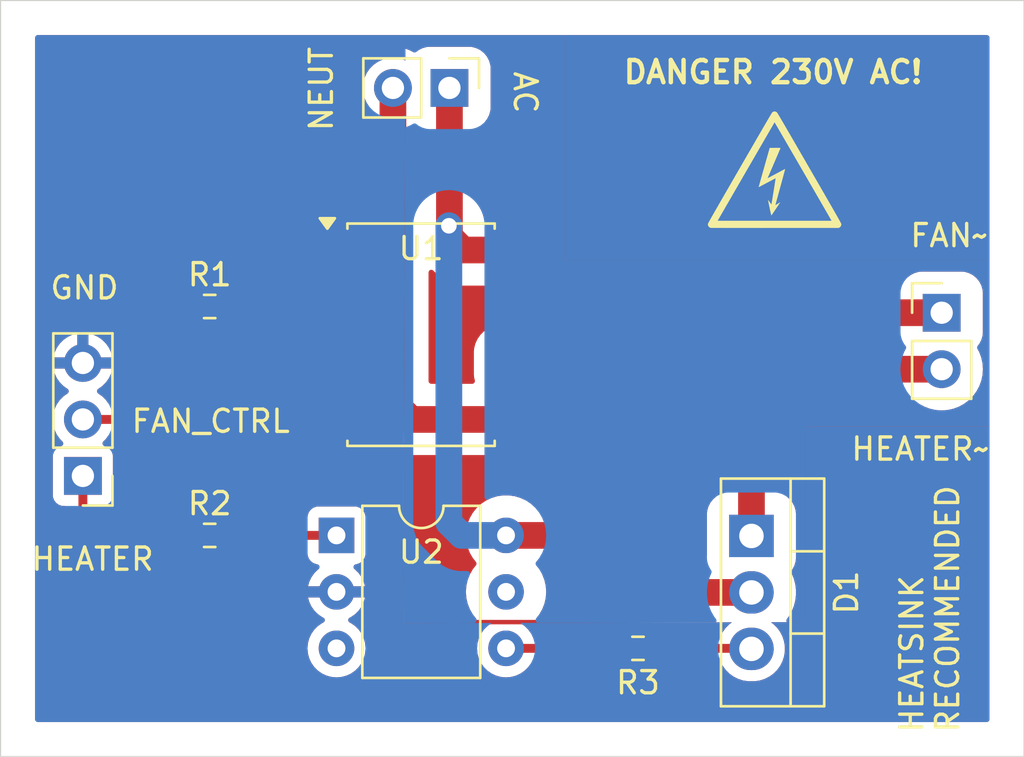
<source format=kicad_pcb>
(kicad_pcb (version 20240108) (generator "pcbnew") (generator_version "8.0")
  (layers (0 "F.Cu" signal) (31 "B.Cu" signal) (36 "B.SilkS" user "B.Silkscreen") (37 "F.SilkS" user "F.Silkscreen") (38 "B.Mask" user) (39 "F.Mask" user) (44 "Edge.Cuts" user))
  (net 0 "")
  (net 1 "Net-(D1-G)")
  (net 2 "/HEATER1")
  (net 3 "LINE")
  (net 4 "/PWM1_{OUT}")
  (net 5 "/PWM3_{OUT}")
  (net 6 "/FAN")
  (net 7 "NEUT")
  (net 8 "Net-(R1-Pad2)")
  (net 9 "Net-(R2-Pad2)")
  (net 10 "Net-(R3-Pad1)")
  (net 11 "GND")
  (footprint "Package_SO:SSO-7-8_6.4x9.78mm_P2.54mm" (layer "F.Cu") (at 150.85 96.525)
    (property "Reference" "U1" (at 0 -3.875 0) (layer "F.SilkS"))
    (property "Value" "BC-BC3223A")
    (fp_line (start -3.31 -5) (end -3.31 -4.77) (stroke (width 0.12)) (layer "F.SilkS"))
    (fp_line (start -3.31 5) (end -3.31 4.77) (stroke (width 0.12)) (layer "F.SilkS"))
    (fp_line (start 0 -5) (end -3.31 -5) (stroke (width 0.12)) (layer "F.SilkS"))
    (fp_line (start 0 -5) (end 3.31 -5) (stroke (width 0.12)) (layer "F.SilkS"))
    (fp_line (start 0 5) (end -3.31 5) (stroke (width 0.12)) (layer "F.SilkS"))
    (fp_line (start 0 5) (end 3.31 5) (stroke (width 0.12)) (layer "F.SilkS"))
    (fp_line (start 3.31 -5) (end 3.31 -4.77) (stroke (width 0.12)) (layer "F.SilkS"))
    (fp_line (start 3.31 5) (end 3.31 4.77) (stroke (width 0.12)) (layer "F.SilkS"))
    (fp_poly (pts (xy -4.2125 -4.77) (xy -4.5525 -5.24) (xy -3.8725 -5.24) (xy -4.2125 -4.77)) (stroke (width 0.12)) (fill solid) (layer "F.SilkS"))
    (pad "1" smd roundrect (at -4.3 -3.81) (size 1.85 1.4) (layers "F.Cu" "F.Paste" "F.Mask") (roundrect_rratio 0.178571) (net 11 "GND"))
    (pad "2" smd roundrect (at -4.3 -1.27) (size 1.85 1.4) (layers "F.Cu" "F.Paste" "F.Mask") (roundrect_rratio 0.178571) (net 8 "Net-(R1-Pad2)"))
    (pad "3" smd roundrect (at -4.3 1.27) (size 1.85 1.4) (layers "F.Cu" "F.Paste" "F.Mask") (roundrect_rratio 0.178571) (net 11 "GND"))
    (pad "4" smd roundrect (at -4.3 3.81) (size 1.85 1.4) (layers "F.Cu" "F.Paste" "F.Mask") (roundrect_rratio 0.178571) (net 11 "GND"))
    (pad "5" smd roundrect (at 4.3 3.81) (size 1.85 1.4) (layers "F.Cu" "F.Paste" "F.Mask") (roundrect_rratio 0.178571) (net 7 "NEUT"))
    (pad "6" smd roundrect (at 4.3 1.27) (size 1.85 1.4) (layers "F.Cu" "F.Paste" "F.Mask") (roundrect_rratio 0.178571) (net 6 "/FAN"))
    (pad "8" smd roundrect (at 4.3 -3.81) (size 1.85 1.4) (layers "F.Cu" "F.Paste" "F.Mask") (roundrect_rratio 0.178571) (net 3 "LINE"))
  )
  (footprint "Package_TO_SOT_THT:TO-220-3_Vertical" (layer "F.Cu") (at 165.7 105.575 -90)
    (property "Reference" "D1" (at 2.54 -4.27 90) (layer "F.SilkS"))
    (property "Value" "BT151-650R")
    (fp_line (start -2.58 1.371) (end 7.66 1.371) (stroke (width 0.12)) (layer "F.SilkS"))
    (fp_line (start -2.58 -1.76) (end 7.66 -1.76) (stroke (width 0.12)) (layer "F.SilkS"))
    (fp_line (start -2.58 -3.27) (end -2.58 1.371) (stroke (width 0.12)) (layer "F.SilkS"))
    (fp_line (start -2.58 -3.27) (end 7.66 -3.27) (stroke (width 0.12)) (layer "F.SilkS"))
    (fp_line (start 0.69 -3.27) (end 0.69 -1.76) (stroke (width 0.12)) (layer "F.SilkS"))
    (fp_line (start 4.391 -3.27) (end 4.391 -1.76) (stroke (width 0.12)) (layer "F.SilkS"))
    (fp_line (start 7.66 -3.27) (end 7.66 1.371) (stroke (width 0.12)) (layer "F.SilkS"))
    (pad "1" thru_hole rect (at 0 0 270) (size 1.905 2) (drill 1.1) (layers "*.Cu" "*.Mask") (net 2 "/HEATER1"))
    (pad "2" thru_hole oval (at 2.54 0 270) (size 1.905 2) (drill 1.1) (layers "*.Cu" "*.Mask") (net 3 "LINE"))
    (pad "3" thru_hole oval (at 5.08 0 270) (size 1.905 2) (drill 1.1) (layers "*.Cu" "*.Mask") (net 1 "Net-(D1-G)"))
  )
  (footprint "LOGO" (layer "F.Cu") (at 166.740475 89.1)
    (property "Reference" "G***" (hide yes))
    (property "Value" "LOGO" (hide yes))
    (fp_poly (pts (xy 0.1858 -0.980518) (xy 0.218154 -0.979898) (xy 0.241246 -0.978879) (xy 0.256167 -0.977431) (xy 0.264012 -0.975523) (xy 0.265933 -0.973527) (xy 0.263287 -0.966231) (xy 0.255582 -0.947238) (xy 0.243169 -0.91737) (xy 0.226396 -0.87745) (xy 0.205614 -0.828298) (xy 0.181172 -0.770738) (xy 0.15342 -0.705592) (xy 0.122708 -0.633682) (xy 0.089385 -0.555829) (xy 0.053801 -0.472857) (xy 0.016306 -0.385587) (xy -0.02275 -0.294841) (xy -0.023866 -0.292252) (xy -0.062933 -0.201531) (xy -0.100452 -0.114348) (xy -0.136072 -0.031517) (xy -0.169445 0.04615) (xy -0.200222 0.117837) (xy -0.228055 0.18273) (xy -0.252593 0.240015) (xy -0.273488 0.288879) (xy -0.290392 0.328506) (xy -0.302954 0.358083) (xy -0.310827 0.376796) (xy -0.313661 0.38383) (xy -0.313664 0.383856) (xy -0.307829 0.3813) (xy -0.290984 0.372794) (xy -0.264123 0.358863) (xy -0.22824 0.340033) (xy -0.184326 0.31683) (xy -0.133376 0.289778) (xy -0.076383 0.259403) (xy -0.014339 0.22623) (xy 0.051762 0.190784) (xy 0.079084 0.176104) (xy 0.146629 0.139872) (xy 0.210604 0.105708) (xy 0.270006 0.074139) (xy 0.323829 0.04569) (xy 0.371071 0.020888) (xy 0.410726 0.00026) (xy 0.441791 -0.015669) (xy 0.463261 -0.026372) (xy 0.474133 -0.031322) (xy 0.475285 -0.031579) (xy 0.473952 -0.024696) (xy 0.46921 -0.005463) (xy 0.461274 0.025323) (xy 0.450359 0.066863) (xy 0.436679 0.118362) (xy 0.420449 0.17902) (xy 0.401883 0.248041) (xy 0.381196 0.324627) (xy 0.358601 0.407981) (xy 0.334314 0.497305) (xy 0.308549 0.591802) (xy 0.281521 0.690674) (xy 0.256594 0.78164) (xy 0.228614 0.883708) (xy 0.201684 0.982089) (xy 0.17602 1.075987) (xy 0.151838 1.164607) (xy 0.129354 1.247152) (xy 0.108784 1.322828) (xy 0.090343 1.390837) (xy 0.074246 1.450386) (xy 0.060711 1.500677) (xy 0.049953 1.540915) (xy 0.042187 1.570304) (xy 0.037629 1.588049) (xy 0.036447 1.593404) (xy 0.04261 1.590684) (xy 0.058474 1.581902) (xy 0.082134 1.56816) (xy 0.111689 1.550563) (xy 0.140225 1.533273) (xy 0.173971 1.512789) (xy 0.204062 1.494738) (xy 0.228411 1.480356) (xy 0.244931 1.470876) (xy 0.251157 1.467634) (xy 0.249229 1.472427) (xy 0.240322 1.48749) (xy 0.225099 1.511803) (xy 0.204223 1.544341) (xy 0.178358 1.584082) (xy 0.148167 1.630003) (xy 0.114314 1.681081) (xy 0.077463 1.736293) (xy 0.05949 1.763092) (xy 0.021042 1.820202) (xy -0.015215 1.873808) (xy -0.048557 1.922856) (xy -0.078259 1.966293) (xy -0.103596 2.003063) (xy -0.123844 2.032112) (xy -0.138277 2.052385) (xy -0.146171 2.062828) (xy -0.147376 2.064034) (xy -0.149871 2.057941) (xy -0.154809 2.039707) (xy -0.161914 2.010555) (xy -0.17091 1.971707) (xy -0.181519 1.924385) (xy -0.193467 1.869813) (xy -0.206476 1.809213) (xy -0.220271 1.743807) (xy -0.226567 1.713587) (xy -0.240477 1.646311) (xy -0.253434 1.583157) (xy -0.265189 1.525364) (xy -0.275496 1.474175) (xy -0.284107 1.43083) (xy -0.290773 1.396569) (xy -0.295249 1.372633) (xy -0.297285 1.360263) (xy -0.297347 1.358805) (xy -0.292819 1.363296) (xy -0.281647 1.377211) (xy -0.265109 1.398874) (xy -0.244486 1.426609) (xy -0.221055 1.458739) (xy -0.220887 1.458972) (xy -0.197332 1.491317) (xy -0.176486 1.51947) (xy -0.159657 1.541704) (xy -0.148151 1.55629) (xy -0.14328 1.561503) (xy -0.141721 1.554963) (xy -0.138239 1.53613) (xy -0.133023 1.506182) (xy -0.126263 1.466301) (xy -0.118147 1.417666) (xy -0.108865 1.361455) (xy -0.098605 1.29885) (xy -0.087556 1.231029) (xy -0.075908 1.159173) (xy -0.063849 1.084461) (xy -0.051569 1.008072) (xy -0.039256 0.931187) (xy -0.027099 0.854985) (xy -0.015288 0.780646) (xy -0.004011 0.709349) (xy 0.006543 0.642274) (xy 0.016184 0.580601) (xy 0.024724 0.52551) (xy 0.031974 0.47818) (xy 0.037744 0.439791) (xy 0.041846 0.411522) (xy 0.04409 0.394553) (xy 0.044418 0.389904) (xy 0.038158 0.392612) (xy 0.020893 0.401218) (xy -0.006355 0.415186) (xy -0.042564 0.433982) (xy -0.086713 0.457072) (xy -0.137781 0.48392) (xy -0.194745 0.513993) (xy -0.256585 0.546755) (xy -0.322279 0.581673) (xy -0.33755 0.589805) (xy -0.40396 0.625134) (xy -0.466733 0.658431) (xy -0.524849 0.689163) (xy -0.57729 0.716795) (xy -0.623034 0.740791) (xy -0.661062 0.760618) (xy -0.690354 0.775741) (xy -0.709891 0.785624) (xy -0.718652 0.789734) (xy -0.719034 0.789807) (xy -0.717437 0.7831) (xy -0.712334 0.764031) (xy -0.703938 0.73336) (xy -0.692462 0.691848) (xy -0.678117 0.640253) (xy -0.661117 0.579335) (xy -0.641675 0.509854) (xy -0.620003 0.43257) (xy -0.596314 0.348242) (xy -0.57082 0.257629) (xy -0.543734 0.161492) (xy -0.515269 0.06059) (xy -0.485638 -0.044318) (xy -0.471179 -0.095463) (xy -0.22147 -0.978497) (xy 0.022232 -0.980288) (xy 0.088932 -0.980683) (xy 0.14309 -0.98077)) (fill solid) (layer "F.SilkS"))
    (fp_poly (pts (xy 0.053862 -2.60893) (xy 0.092132 -2.587474) (xy 0.106383 -2.575191) (xy 0.110397 -2.570173) (xy 0.117335 -2.559982) (xy 0.127351 -2.544353) (xy 0.140601 -2.52302) (xy 0.15724 -2.495718) (xy 0.177422 -2.462179) (xy 0.201302 -2.422138) (xy 0.229035 -2.37533) (xy 0.260775 -2.321488) (xy 0.296679 -2.260347) (xy 0.3369 -2.19164) (xy 0.381593 -2.115102) (xy 0.430913 -2.030466) (xy 0.485015 -1.937467) (xy 0.544053 -1.835839) (xy 0.608184 -1.725316) (xy 0.67756 -1.605631) (xy 0.752338 -1.47652) (xy 0.832672 -1.337716) (xy 0.918716 -1.188953) (xy 1.010627 -1.029965) (xy 1.108558 -0.860487) (xy 1.212664 -0.680252) (xy 1.3231 -0.488995) (xy 1.440021 -0.286449) (xy 1.563582 -0.072349) (xy 1.56507 -0.06977) (xy 1.683322 0.135163) (xy 1.794941 0.32862) (xy 1.900115 0.510933) (xy 1.999034 0.682435) (xy 2.091887 0.843457) (xy 2.178864 0.994331) (xy 2.260154 1.13539) (xy 2.335947 1.266966) (xy 2.406431 1.38939) (xy 2.471797 1.502995) (xy 2.532233 1.608113) (xy 2.58793 1.705075) (xy 2.639076 1.794215) (xy 2.685861 1.875864) (xy 2.728474 1.950354) (xy 2.767105 2.018017) (xy 2.801942 2.079186) (xy 2.833177 2.134192) (xy 2.860996 2.183367) (xy 2.885592 2.227044) (xy 2.907151 2.265555) (xy 2.925865 2.299231) (xy 2.941922 2.328405) (xy 2.955512 2.353409) (xy 2.966824 2.374575) (xy 2.976047 2.392235) (xy 2.983371 2.406721) (xy 2.988986 2.418365) (xy 2.99308 2.4275) (xy 2.995844 2.434457) (xy 2.997465 2.439568) (xy 2.998115 2.442955) (xy 2.996586 2.490194) (xy 2.982494 2.533161) (xy 2.956611 2.570441) (xy 2.919709 2.600616) (xy 2.90868 2.606977) (xy 2.88094 2.621825) (xy 0.013638 2.622852) (xy -0.183543 2.622911) (xy -0.377337 2.622945) (xy -0.567294 2.622956) (xy -0.752964 2.622944) (xy -0.933899 2.62291) (xy -1.109649 2.622853) (xy -1.279764 2.622775) (xy -1.443795 2.622677) (xy -1.601293 2.622559) (xy -1.751808 2.622422) (xy -1.894891 2.622265) (xy -2.030092 2.622091) (xy -2.156962 2.621899) (xy -2.275051 2.62169) (xy -2.383911 2.621465) (xy -2.483091 2.621225) (xy -2.572142 2.620969) (xy -2.650615 2.620699) (xy -2.71806 2.620416) (xy -2.774028 2.620119) (xy -2.818069 2.619809) (xy -2.849735 2.619488) (xy -2.868575 2.619155) (xy -2.874121 2.618879) (xy -2.914849 2.602887) (xy -2.951001 2.57532) (xy -2.961206 2.564693) (xy -2.985702 2.527883) (xy -2.997788 2.485419) (xy -2.998112 2.442921) (xy -2.997383 2.439229) (xy -2.995693 2.434006) (xy -2.992852 2.426922) (xy -2.98867 2.417644) (xy -2.982959 2.405839) (xy -2.975529 2.391176) (xy -2.96619 2.373323) (xy -2.954753 2.351947) (xy -2.941029 2.326716) (xy -2.925177 2.297932) (xy -2.557397 2.297932) (xy 0.000408 2.297932) (xy 2.558213 2.297932) (xy 2.540988 2.267113) (xy 2.528844 2.245591) (xy 2.510548 2.213461) (xy 2.486389 2.171222) (xy 2.456657 2.119373) (xy 2.421638 2.058414) (xy 2.381623 1.988844) (xy 2.336901 1.911161) (xy 2.287759 1.825866) (xy 2.234486 1.733455) (xy 2.177373 1.63443) (xy 2.116706 1.529289) (xy 2.052776 1.418531) (xy 1.98587 1.302654) (xy 1.916278 1.182159) (xy 1.844289 1.057545) (xy 1.770191 0.929309) (xy 1.694272 0.797953) (xy 1.616823 0.663973) (xy 1.538131 0.52787) (xy 1.458485 0.390143) (xy 1.378174 0.251291) (xy 1.297487 0.111812) (xy 1.216713 -0.027793) (xy 1.136141 -0.167027) (xy 1.056058 -0.305389) (xy 0.976755 -0.442382) (xy 0.898519 -0.577505) (xy 0.82164 -0.71026) (xy 0.746407 -0.840147) (xy 0.673107 -0.966668) (xy 0.602031 -1.089324) (xy 0.533466 -1.207615) (xy 0.467702 -1.321042) (xy 0.405027 -1.429106) (xy 0.34573 -1.531309) (xy 0.2901 -1.62715) (xy 0.238426 -1.716132) (xy 0.190996 -1.797754) (xy 0.148099 -1.871518) (xy 0.110024 -1.936925) (xy 0.07706 -1.993476) (xy 0.049496 -2.040671) (xy 0.02762 -2.078012) (xy 0.011721 -2.104999) (xy 0.002088 -2.121134) (xy -0.000991 -2.125964) (xy -0.004641 -2.120043) (xy -0.01482 -2.102812) (xy -0.031239 -2.074768) (xy -0.053609 -2.036413) (xy -0.081643 -1.988244) (xy -0.11505 -1.930763) (xy -0.153543 -1.864468) (xy -0.196832 -1.789859) (xy -0.244628 -1.707435) (xy -0.296643 -1.617697) (xy -0.352589 -1.521143) (xy -0.412175 -1.418273) (xy -0.475114 -1.309588) (xy -0.541117 -1.195585) (xy -0.609894 -1.076766) (xy -0.681157 -0.953629) (xy -0.754618 -0.826674) (xy -0.829987 -0.696401) (xy -0.906976 -0.563309) (xy -0.985295 -0.427898) (xy -1.064657 -0.290667) (xy -1.144771 -0.152116) (xy -1.225351 -0.012745) (xy -1.306106 0.126947) (xy -1.386747 0.266461) (xy -1.466987 0.405297) (xy -1.546536 0.542955) (xy -1.625106 0.678935) (xy -1.702407 0.812739) (xy -1.778151 0.943866) (xy -1.852049 1.071817) (xy -1.923813 1.196093) (xy -1.993153 1.316193) (xy -2.05978 1.431619) (xy -2.123407 1.541871) (xy -2.183743 1.646449) (xy -2.240501 1.744853) (xy -2.293392 1.836584) (xy -2.342126 1.921143) (xy -2.386415 1.99803) (xy -2.42597 2.066745) (xy -2.460503 2.126789) (xy -2.489724 2.177662) (xy -2.513345 2.218864) (xy -2.531077 2.249897) (xy -2.542631 2.27026) (xy -2.547576 2.279181) (xy -2.557397 2.297932) (xy -2.925177 2.297932) (xy -2.924828 2.297298) (xy -2.905961 2.263361) (xy -2.884238 2.224573) (xy -2.85947 2.180602) (xy -2.831467 2.131115) (xy -2.800041 2.075781) (xy -2.765001 2.014266) (xy -2.726158 1.94624) (xy -2.683323 1.871369) (xy -2.636306 1.789323) (xy -2.584919 1.699768) (xy -2.52897 1.602372) (xy -2.468272 1.496804) (xy -2.402635 1.382731) (xy -2.331869 1.259821) (xy -2.255784 1.127741) (xy -2.174192 0.986161) (xy -2.086903 0.834747) (xy -1.993727 0.673168) (xy -1.894476 0.50109) (xy -1.788959 0.318183) (xy -1.676987 0.124114) (xy -1.565092 -0.069804) (xy -1.441532 -0.283904) (xy -1.324613 -0.486448) (xy -1.21418 -0.677702) (xy -1.110077 -0.857935) (xy -1.012148 -1.027413) (xy -0.920238 -1.186402) (xy -0.834192 -1.335171) (xy -0.753854 -1.473986) (xy -0.679069 -1.603114) (xy -0.60968 -1.722823) (xy -0.545533 -1.833379) (xy -0.486472 -1.93505) (xy -0.432342 -2.028102) (xy -0.382987 -2.112802) (xy -0.338252 -2.189419) (xy -0.29798 -2.258218) (xy -0.262017 -2.319467) (xy -0.230207 -2.373433) (xy -0.202395 -2.420383) (xy -0.178425 -2.460584) (xy -0.158142 -2.494303) (xy -0.141389 -2.521808) (xy -0.128012 -2.543365) (xy -0.117856 -2.559241) (xy -0.110764 -2.569704) (xy -0.106581 -2.57502) (xy -0.106408 -2.575191) (xy -0.070108 -2.60156) (xy -0.029681 -2.615973) (xy 0.01245 -2.618429)) (fill solid) (layer "F.SilkS"))
  )
  (footprint "Connector_PinHeader_2.54mm:PinHeader_1x03_P2.54mm_Vertical" (layer "F.Cu") (at 135.65 102.875 180)
    (property "Reference" "J1" (hide yes))
    (property "Value" "LV 3.3V CONTROL")
    (fp_line (start 1.33 1.27) (end 1.33 6.41) (stroke (width 0.12)) (layer "F.SilkS"))
    (fp_line (start -1.33 6.41) (end 1.33 6.41) (stroke (width 0.12)) (layer "F.SilkS"))
    (fp_line (start -1.33 1.27) (end 1.33 1.27) (stroke (width 0.12)) (layer "F.SilkS"))
    (fp_line (start -1.33 1.27) (end -1.33 6.41) (stroke (width 0.12)) (layer "F.SilkS"))
    (fp_line (start -1.33 0) (end -1.33 -1.33) (stroke (width 0.12)) (layer "F.SilkS"))
    (fp_line (start -1.33 -1.33) (end 0 -1.33) (stroke (width 0.12)) (layer "F.SilkS"))
    (pad "1" thru_hole rect (at 0 0 180) (size 1.7 1.7) (drill 1) (layers "*.Cu" "*.Mask") (net 4 "/PWM1_{OUT}"))
    (pad "2" thru_hole oval (at 0 2.54 180) (size 1.7 1.7) (drill 1) (layers "*.Cu" "*.Mask") (net 5 "/PWM3_{OUT}"))
    (pad "3" thru_hole oval (at 0 5.08 180) (size 1.7 1.7) (drill 1) (layers "*.Cu" "*.Mask") (net 11 "GND"))
  )
  (footprint "Resistor_SMD:R_0603_1608Metric_Pad0.98x0.95mm_HandSolder" (layer "F.Cu") (at 160.6 110.63)
    (property "Reference" "R3" (at 0 1.545 0) (layer "F.SilkS"))
    (property "Value" "330")
    (fp_line (start -0.254724 -0.5225) (end 0.254724 -0.5225) (stroke (width 0.12)) (layer "F.SilkS"))
    (fp_line (start -0.254724 0.5225) (end 0.254724 0.5225) (stroke (width 0.12)) (layer "F.SilkS"))
    (pad "1" smd roundrect (at -0.9125 0) (size 0.975 0.95) (layers "F.Cu" "F.Paste" "F.Mask") (net 10 "Net-(R3-Pad1)"))
    (pad "2" smd roundrect (at 0.9125 0) (size 0.975 0.95) (layers "F.Cu" "F.Paste" "F.Mask") (net 1 "Net-(D1-G)"))
  )
  (footprint "Resistor_SMD:R_0603_1608Metric_Pad0.98x0.95mm_HandSolder" (layer "F.Cu") (at 141.35 105.55)
    (property "Reference" "R2" (at 0 -1.43 0) (layer "F.SilkS"))
    (property "Value" "105")
    (fp_line (start -0.254724 -0.5225) (end 0.254724 -0.5225) (stroke (width 0.12)) (layer "F.SilkS"))
    (fp_line (start -0.254724 0.5225) (end 0.254724 0.5225) (stroke (width 0.12)) (layer "F.SilkS"))
    (pad "1" smd roundrect (at -0.9125 0) (size 0.975 0.95) (layers "F.Cu" "F.Paste" "F.Mask") (net 4 "/PWM1_{OUT}"))
    (pad "2" smd roundrect (at 0.9125 0) (size 0.975 0.95) (layers "F.Cu" "F.Paste" "F.Mask") (net 9 "Net-(R2-Pad2)"))
  )
  (footprint "Package_DIP:DIP-6_W7.62mm" (layer "F.Cu") (at 147.05 105.55)
    (property "Reference" "U2" (at 3.81 0.75 0) (layer "F.SilkS"))
    (property "Value" "HT-308X")
    (fp_line (start 1.16 -1.33) (end 1.16 6.41) (stroke (width 0.12)) (layer "F.SilkS"))
    (fp_line (start 1.16 6.41) (end 6.46 6.41) (stroke (width 0.12)) (layer "F.SilkS"))
    (fp_line (start 2.81 -1.33) (end 1.16 -1.33) (stroke (width 0.12)) (layer "F.SilkS"))
    (fp_line (start 6.46 -1.33) (end 4.81 -1.33) (stroke (width 0.12)) (layer "F.SilkS"))
    (fp_line (start 6.46 6.41) (end 6.46 -1.33) (stroke (width 0.12)) (layer "F.SilkS"))
    (fp_arc (start 4.81 -1.33) (mid 3.81 -0.33) (end 2.81 -1.33) (stroke (width 0.12)) (layer "F.SilkS"))
    (pad "1" thru_hole rect (at 0 0) (size 1.6 1.6) (drill 0.8) (layers "*.Cu" "*.Mask") (net 9 "Net-(R2-Pad2)"))
    (pad "2" thru_hole oval (at 0 2.54) (size 1.6 1.6) (drill 0.8) (layers "*.Cu" "*.Mask") (net 11 "GND"))
    (pad "3" thru_hole oval (at 0 5.08) (size 1.6 1.6) (drill 0.8) (layers "*.Cu" "*.Mask"))
    (pad "4" thru_hole oval (at 7.62 5.08) (size 1.6 1.6) (drill 0.8) (layers "*.Cu" "*.Mask") (net 10 "Net-(R3-Pad1)"))
    (pad "5" thru_hole oval (at 7.62 2.54) (size 1.6 1.6) (drill 0.8) (layers "*.Cu" "*.Mask"))
    (pad "6" thru_hole oval (at 7.62 0) (size 1.6 1.6) (drill 0.8) (layers "*.Cu" "*.Mask") (net 3 "LINE"))
  )
  (footprint "Connector_PinHeader_2.54mm:PinHeader_1x02_P2.54mm_Vertical" (layer "F.Cu") (at 174.25 95.535)
    (property "Reference" "J2" (hide yes))
    (property "Value" "HV 230V APPLICATION")
    (fp_line (start -1.33 -1.33) (end 0 -1.33) (stroke (width 0.12)) (layer "F.SilkS"))
    (fp_line (start -1.33 0) (end -1.33 -1.33) (stroke (width 0.12)) (layer "F.SilkS"))
    (fp_line (start -1.33 1.27) (end -1.33 3.87) (stroke (width 0.12)) (layer "F.SilkS"))
    (fp_line (start -1.33 1.27) (end 1.33 1.27) (stroke (width 0.12)) (layer "F.SilkS"))
    (fp_line (start -1.33 3.87) (end 1.33 3.87) (stroke (width 0.12)) (layer "F.SilkS"))
    (fp_line (start 1.33 1.27) (end 1.33 3.87) (stroke (width 0.12)) (layer "F.SilkS"))
    (pad "1" thru_hole rect (at 0 0) (size 1.7 1.7) (drill 1) (layers "*.Cu" "*.Mask") (net 6 "/FAN"))
    (pad "2" thru_hole oval (at 0 2.54) (size 1.7 1.7) (drill 1) (layers "*.Cu" "*.Mask") (net 2 "/HEATER1"))
  )
  (footprint "Resistor_SMD:R_0603_1608Metric_Pad0.98x0.95mm_HandSolder" (layer "F.Cu") (at 141.35 95.255)
    (property "Reference" "R1" (at 0 -1.43 0) (layer "F.SilkS"))
    (property "Value" "82")
    (fp_line (start -0.254724 -0.5225) (end 0.254724 -0.5225) (stroke (width 0.12)) (layer "F.SilkS"))
    (fp_line (start -0.254724 0.5225) (end 0.254724 0.5225) (stroke (width 0.12)) (layer "F.SilkS"))
    (pad "1" smd roundrect (at -0.9125 0) (size 0.975 0.95) (layers "F.Cu" "F.Paste" "F.Mask") (net 5 "/PWM3_{OUT}"))
    (pad "2" smd roundrect (at 0.9125 0) (size 0.975 0.95) (layers "F.Cu" "F.Paste" "F.Mask") (net 8 "Net-(R1-Pad2)"))
  )
  (footprint "Connector_PinHeader_2.54mm:PinHeader_1x02_P2.54mm_Vertical" (layer "F.Cu") (at 152.125 85.425 -90)
    (property "Reference" "J3" (hide yes))
    (property "Value" "HV 230V MAINS")
    (fp_line (start -1.33 3.87) (end 1.33 3.87) (stroke (width 0.12)) (layer "F.SilkS"))
    (fp_line (start -1.33 1.27) (end -1.33 3.87) (stroke (width 0.12)) (layer "F.SilkS"))
    (fp_line (start -1.33 1.27) (end 1.33 1.27) (stroke (width 0.12)) (layer "F.SilkS"))
    (fp_line (start 1.33 1.27) (end 1.33 3.87) (stroke (width 0.12)) (layer "F.SilkS"))
    (fp_line (start -1.33 0) (end -1.33 -1.33) (stroke (width 0.12)) (layer "F.SilkS"))
    (fp_line (start -1.33 -1.33) (end 0 -1.33) (stroke (width 0.12)) (layer "F.SilkS"))
    (pad "1" thru_hole rect (at 0 0 270) (size 1.7 1.7) (drill 1) (layers "*.Cu" "*.Mask") (net 3 "LINE"))
    (pad "2" thru_hole oval (at 0 2.54 270) (size 1.7 1.7) (drill 1) (layers "*.Cu" "*.Mask") (net 7 "NEUT"))
  )
  (gr_rect (start 131.95 81.495) (end 177.95 115.495) (stroke (width 0.05)) (fill none) (layer "Edge.Cuts"))
  (gr_text "HEATER~\n" (at 170.1 102.25 0) (layer "F.SilkS") (effects (font (size 1 1)) (justify left bottom)))
  (gr_text "AC" (at 154.95 84.6 270) (layer "F.SilkS") (effects (font (size 1 1)) (justify left bottom)))
  (gr_text "NEUT" (at 146.95 87.45 90) (layer "F.SilkS") (effects (font (size 1 1)) (justify left bottom)))
  (gr_text "GND" (at 134.1 95 0) (layer "F.SilkS") (effects (font (size 1 1)) (justify left bottom)))
  (gr_text "DANGER 230V AC!" (at 159.85 85.3 0) (layer "F.SilkS") (effects (font (size 1 1) (thickness 0.2) (bold yes)) (justify left bottom)))
  (gr_text "HEATSINK\nRECOMMENDED" (at 175.1 114.5 90) (layer "F.SilkS") (effects (font (size 1 1)) (justify left bottom)))
  (gr_text "HEATER" (at 133.25 107.2 0) (layer "F.SilkS") (effects (font (size 1 1)) (justify left bottom)))
  (gr_text "FAN~" (at 172.75 92.65 0) (layer "F.SilkS") (effects (font (size 1 1)) (justify left bottom)))
  (gr_text "FAN_CTRL" (at 137.75 101 0) (layer "F.SilkS") (effects (font (size 1 1)) (justify left bottom)))
  (segment (start 165.675 110.63) (end 165.7 110.655) (width 0.2) (layer "F.Cu") (net 1))
  (segment (start 161.5125 110.63) (end 165.675 110.63) (width 0.4) (layer "F.Cu") (net 1))
  (segment (start 165.7 105.575) (end 165.7 99.675) (width 1.2) (layer "F.Cu") (net 2))
  (segment (start 167.3 98.075) (end 174.25 98.075) (width 1.2) (layer "F.Cu") (net 2))
  (segment (start 165.7 99.675) (end 167.3 98.075) (width 1.2) (layer "F.Cu") (net 2))
  (segment (start 154.67 105.55) (end 157.775 105.55) (width 1.2) (layer "F.Cu") (net 3))
  (segment (start 152.74 92.715) (end 155.15 92.715) (width 1.2) (layer "F.Cu") (net 3))
  (segment (start 152.125 85.425) (end 152.125 92.1) (width 1.2) (layer "F.Cu") (net 3))
  (segment (start 160.35 108.125) (end 160.36 108.115) (width 0.2) (layer "F.Cu") (net 3))
  (segment (start 152.125 92.1) (end 152.74 92.715) (width 1.2) (layer "F.Cu") (net 3))
  (segment (start 160.36 108.115) (end 165.7 108.115) (width 1.2) (layer "F.Cu") (net 3))
  (segment (start 157.775 105.55) (end 160.35 108.125) (width 1.2) (layer "F.Cu") (net 3))
  (via (at 152.1 91.625) (size 1.2) (drill 0.7) (layers "F.Cu" "B.Cu") (net 3))
  (segment (start 152.1 104.975) (end 152.675 105.55) (width 1.2) (layer "B.Cu") (net 3))
  (segment (start 152.1 91.625) (end 152.1 104.975) (width 1.2) (layer "B.Cu") (net 3))
  (segment (start 152.675 105.55) (end 154.67 105.55) (width 1.2) (layer "B.Cu") (net 3))
  (segment (start 135.65 102.875) (end 135.65 104.875) (width 0.4) (layer "F.Cu") (net 4))
  (segment (start 136.325 105.55) (end 140.4375 105.55) (width 0.4) (layer "F.Cu") (net 4))
  (segment (start 135.65 104.875) (end 136.325 105.55) (width 0.4) (layer "F.Cu") (net 4))
  (segment (start 139.89 100.335) (end 140.4375 99.7875) (width 0.4) (layer "F.Cu") (net 5))
  (segment (start 140.4375 99.7875) (end 140.4375 95.255) (width 0.4) (layer "F.Cu") (net 5))
  (segment (start 135.65 100.335) (end 139.89 100.335) (width 0.4) (layer "F.Cu") (net 5))
  (segment (start 158.93 97.795) (end 161.19 95.535) (width 1.2) (layer "F.Cu") (net 6))
  (segment (start 155.15 97.795) (end 158.93 97.795) (width 1.2) (layer "F.Cu") (net 6))
  (segment (start 161.19 95.535) (end 174.25 95.535) (width 1.2) (layer "F.Cu") (net 6))
  (segment (start 150.41 100.335) (end 155.15 100.335) (width 1.2) (layer "F.Cu") (net 7))
  (segment (start 149.585 99.51) (end 150.41 100.335) (width 1.2) (layer "F.Cu") (net 7))
  (segment (start 149.585 85.425) (end 149.585 99.51) (width 1.2) (layer "F.Cu") (net 7))
  (segment (start 142.2625 95.255) (end 146.55 95.255) (width 0.4) (layer "F.Cu") (net 8))
  (segment (start 142.2625 105.55) (end 147.05 105.55) (width 0.4) (layer "F.Cu") (net 9))
  (segment (start 154.67 110.63) (end 159.6875 110.63) (width 0.4) (layer "F.Cu") (net 10))
  (segment (start 157.1 109.45) (end 153.1 109.45) (width 0.2) (layer "F.Cu") (net 11))
  (segment (start 159.25 109.45) (end 158.95 109.15) (width 0.2) (layer "F.Cu") (net 11))
  (segment (start 158.95 109.15) (end 158.95 109.25) (width 0.2) (layer "F.Cu") (net 11))
  (segment (start 158.95 109.25) (end 158.9 109.3) (width 0.3) (layer "F.Cu") (net 11))
  (segment (start 157.1 109.45) (end 159.25 109.45) (width 0.2) (layer "F.Cu") (net 11))
  (zone (net 11) (net_name "GND") (layers "F&B.Cu") (priority 1) (connect_pads (clearance 1)) (min_thickness 0.25) (fill yes (thermal_gap 0.5) (thermal_bridge_width 0.5))
    (polygon (pts (xy 150.15 82.5) (xy 150.05 109.5) (xy 168.15 109.45) (xy 168.15 100.65) (xy 176.95 100.65) (xy 176.95 93.2) (xy 157.3 93.2) (xy 157.3 82.5)))
  )
  (zone (net 11) (net_name "GND") (layers "F&B.Cu") (connect_pads (clearance 0.5)) (min_thickness 0.25) (fill yes (thermal_gap 0.5) (thermal_bridge_width 0.5))
    (polygon (pts (xy 132.95 82.5) (xy 133 114.45) (xy 176.95 114.5) (xy 176.95 82.5)))
  )
)
</source>
